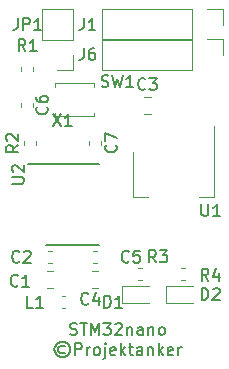
<source format=gbr>
%TF.GenerationSoftware,KiCad,Pcbnew,(5.0.2)-1*%
%TF.CreationDate,2019-02-28T15:11:48+01:00*%
%TF.ProjectId,STM32nano,53544d33-326e-4616-9e6f-2e6b69636164,rev?*%
%TF.SameCoordinates,Original*%
%TF.FileFunction,Legend,Top*%
%TF.FilePolarity,Positive*%
%FSLAX46Y46*%
G04 Gerber Fmt 4.6, Leading zero omitted, Abs format (unit mm)*
G04 Created by KiCad (PCBNEW (5.0.2)-1) date 28/02/2019 15:11:48*
%MOMM*%
%LPD*%
G01*
G04 APERTURE LIST*
%ADD10C,0.200000*%
%ADD11C,0.120000*%
%ADD12C,0.150000*%
G04 APERTURE END LIST*
D10*
X130620000Y-112584761D02*
X130762857Y-112632380D01*
X131000952Y-112632380D01*
X131096190Y-112584761D01*
X131143809Y-112537142D01*
X131191428Y-112441904D01*
X131191428Y-112346666D01*
X131143809Y-112251428D01*
X131096190Y-112203809D01*
X131000952Y-112156190D01*
X130810476Y-112108571D01*
X130715238Y-112060952D01*
X130667619Y-112013333D01*
X130620000Y-111918095D01*
X130620000Y-111822857D01*
X130667619Y-111727619D01*
X130715238Y-111680000D01*
X130810476Y-111632380D01*
X131048571Y-111632380D01*
X131191428Y-111680000D01*
X131477142Y-111632380D02*
X132048571Y-111632380D01*
X131762857Y-112632380D02*
X131762857Y-111632380D01*
X132381904Y-112632380D02*
X132381904Y-111632380D01*
X132715238Y-112346666D01*
X133048571Y-111632380D01*
X133048571Y-112632380D01*
X133429523Y-111632380D02*
X134048571Y-111632380D01*
X133715238Y-112013333D01*
X133858095Y-112013333D01*
X133953333Y-112060952D01*
X134000952Y-112108571D01*
X134048571Y-112203809D01*
X134048571Y-112441904D01*
X134000952Y-112537142D01*
X133953333Y-112584761D01*
X133858095Y-112632380D01*
X133572380Y-112632380D01*
X133477142Y-112584761D01*
X133429523Y-112537142D01*
X134429523Y-111727619D02*
X134477142Y-111680000D01*
X134572380Y-111632380D01*
X134810476Y-111632380D01*
X134905714Y-111680000D01*
X134953333Y-111727619D01*
X135000952Y-111822857D01*
X135000952Y-111918095D01*
X134953333Y-112060952D01*
X134381904Y-112632380D01*
X135000952Y-112632380D01*
X135429523Y-111965714D02*
X135429523Y-112632380D01*
X135429523Y-112060952D02*
X135477142Y-112013333D01*
X135572380Y-111965714D01*
X135715238Y-111965714D01*
X135810476Y-112013333D01*
X135858095Y-112108571D01*
X135858095Y-112632380D01*
X136762857Y-112632380D02*
X136762857Y-112108571D01*
X136715238Y-112013333D01*
X136620000Y-111965714D01*
X136429523Y-111965714D01*
X136334285Y-112013333D01*
X136762857Y-112584761D02*
X136667619Y-112632380D01*
X136429523Y-112632380D01*
X136334285Y-112584761D01*
X136286666Y-112489523D01*
X136286666Y-112394285D01*
X136334285Y-112299047D01*
X136429523Y-112251428D01*
X136667619Y-112251428D01*
X136762857Y-112203809D01*
X137239047Y-111965714D02*
X137239047Y-112632380D01*
X137239047Y-112060952D02*
X137286666Y-112013333D01*
X137381904Y-111965714D01*
X137524761Y-111965714D01*
X137620000Y-112013333D01*
X137667619Y-112108571D01*
X137667619Y-112632380D01*
X138286666Y-112632380D02*
X138191428Y-112584761D01*
X138143809Y-112537142D01*
X138096190Y-112441904D01*
X138096190Y-112156190D01*
X138143809Y-112060952D01*
X138191428Y-112013333D01*
X138286666Y-111965714D01*
X138429523Y-111965714D01*
X138524761Y-112013333D01*
X138572380Y-112060952D01*
X138620000Y-112156190D01*
X138620000Y-112441904D01*
X138572380Y-112537142D01*
X138524761Y-112584761D01*
X138429523Y-112632380D01*
X138286666Y-112632380D01*
X130143809Y-113570476D02*
X130048571Y-113522857D01*
X129858095Y-113522857D01*
X129762857Y-113570476D01*
X129667619Y-113665714D01*
X129620000Y-113760952D01*
X129620000Y-113951428D01*
X129667619Y-114046666D01*
X129762857Y-114141904D01*
X129858095Y-114189523D01*
X130048571Y-114189523D01*
X130143809Y-114141904D01*
X129953333Y-113189523D02*
X129715238Y-113237142D01*
X129477142Y-113380000D01*
X129334285Y-113618095D01*
X129286666Y-113856190D01*
X129334285Y-114094285D01*
X129477142Y-114332380D01*
X129715238Y-114475238D01*
X129953333Y-114522857D01*
X130191428Y-114475238D01*
X130429523Y-114332380D01*
X130572380Y-114094285D01*
X130620000Y-113856190D01*
X130572380Y-113618095D01*
X130429523Y-113380000D01*
X130191428Y-113237142D01*
X129953333Y-113189523D01*
X131048571Y-114332380D02*
X131048571Y-113332380D01*
X131429523Y-113332380D01*
X131524761Y-113380000D01*
X131572380Y-113427619D01*
X131620000Y-113522857D01*
X131620000Y-113665714D01*
X131572380Y-113760952D01*
X131524761Y-113808571D01*
X131429523Y-113856190D01*
X131048571Y-113856190D01*
X132048571Y-114332380D02*
X132048571Y-113665714D01*
X132048571Y-113856190D02*
X132096190Y-113760952D01*
X132143809Y-113713333D01*
X132239047Y-113665714D01*
X132334285Y-113665714D01*
X132810476Y-114332380D02*
X132715238Y-114284761D01*
X132667619Y-114237142D01*
X132620000Y-114141904D01*
X132620000Y-113856190D01*
X132667619Y-113760952D01*
X132715238Y-113713333D01*
X132810476Y-113665714D01*
X132953333Y-113665714D01*
X133048571Y-113713333D01*
X133096190Y-113760952D01*
X133143809Y-113856190D01*
X133143809Y-114141904D01*
X133096190Y-114237142D01*
X133048571Y-114284761D01*
X132953333Y-114332380D01*
X132810476Y-114332380D01*
X133572380Y-113665714D02*
X133572380Y-114522857D01*
X133524761Y-114618095D01*
X133429523Y-114665714D01*
X133381904Y-114665714D01*
X133572380Y-113332380D02*
X133524761Y-113380000D01*
X133572380Y-113427619D01*
X133620000Y-113380000D01*
X133572380Y-113332380D01*
X133572380Y-113427619D01*
X134429523Y-114284761D02*
X134334285Y-114332380D01*
X134143809Y-114332380D01*
X134048571Y-114284761D01*
X134000952Y-114189523D01*
X134000952Y-113808571D01*
X134048571Y-113713333D01*
X134143809Y-113665714D01*
X134334285Y-113665714D01*
X134429523Y-113713333D01*
X134477142Y-113808571D01*
X134477142Y-113903809D01*
X134000952Y-113999047D01*
X134905714Y-114332380D02*
X134905714Y-113332380D01*
X135000952Y-113951428D02*
X135286666Y-114332380D01*
X135286666Y-113665714D02*
X134905714Y-114046666D01*
X135572380Y-113665714D02*
X135953333Y-113665714D01*
X135715238Y-113332380D02*
X135715238Y-114189523D01*
X135762857Y-114284761D01*
X135858095Y-114332380D01*
X135953333Y-114332380D01*
X136715238Y-114332380D02*
X136715238Y-113808571D01*
X136667619Y-113713333D01*
X136572380Y-113665714D01*
X136381904Y-113665714D01*
X136286666Y-113713333D01*
X136715238Y-114284761D02*
X136620000Y-114332380D01*
X136381904Y-114332380D01*
X136286666Y-114284761D01*
X136239047Y-114189523D01*
X136239047Y-114094285D01*
X136286666Y-113999047D01*
X136381904Y-113951428D01*
X136620000Y-113951428D01*
X136715238Y-113903809D01*
X137191428Y-113665714D02*
X137191428Y-114332380D01*
X137191428Y-113760952D02*
X137239047Y-113713333D01*
X137334285Y-113665714D01*
X137477142Y-113665714D01*
X137572380Y-113713333D01*
X137620000Y-113808571D01*
X137620000Y-114332380D01*
X138096190Y-114332380D02*
X138096190Y-113332380D01*
X138191428Y-113951428D02*
X138477142Y-114332380D01*
X138477142Y-113665714D02*
X138096190Y-114046666D01*
X139286666Y-114284761D02*
X139191428Y-114332380D01*
X139000952Y-114332380D01*
X138905714Y-114284761D01*
X138858095Y-114189523D01*
X138858095Y-113808571D01*
X138905714Y-113713333D01*
X139000952Y-113665714D01*
X139191428Y-113665714D01*
X139286666Y-113713333D01*
X139334285Y-113808571D01*
X139334285Y-113903809D01*
X138858095Y-113999047D01*
X139762857Y-114332380D02*
X139762857Y-113665714D01*
X139762857Y-113856190D02*
X139810476Y-113760952D01*
X139858095Y-113713333D01*
X139953333Y-113665714D01*
X140048571Y-113665714D01*
D11*
X129885221Y-109345000D02*
X130210779Y-109345000D01*
X129885221Y-110365000D02*
X130210779Y-110365000D01*
X135972500Y-100906500D02*
X137232500Y-100906500D01*
X142792500Y-100906500D02*
X141532500Y-100906500D01*
X135972500Y-97146500D02*
X135972500Y-100906500D01*
X142792500Y-94896500D02*
X142792500Y-100906500D01*
X143570000Y-87570000D02*
X143570000Y-88900000D01*
X142240000Y-87570000D02*
X143570000Y-87570000D01*
X140970000Y-87570000D02*
X140970000Y-90230000D01*
X140970000Y-90230000D02*
X133290000Y-90230000D01*
X140970000Y-87570000D02*
X133290000Y-87570000D01*
X133290000Y-87570000D02*
X133290000Y-90230000D01*
X133290000Y-85030000D02*
X133290000Y-87690000D01*
X140970000Y-85030000D02*
X133290000Y-85030000D01*
X140970000Y-87690000D02*
X133290000Y-87690000D01*
X140970000Y-85030000D02*
X140970000Y-87690000D01*
X142240000Y-85030000D02*
X143570000Y-85030000D01*
X143570000Y-85030000D02*
X143570000Y-86360000D01*
X140982500Y-108485000D02*
X138697500Y-108485000D01*
X138697500Y-108485000D02*
X138697500Y-109955000D01*
X138697500Y-109955000D02*
X140982500Y-109955000D01*
X140019721Y-106995500D02*
X140345279Y-106995500D01*
X140019721Y-108015500D02*
X140345279Y-108015500D01*
X129350500Y-94110000D02*
X129350500Y-93810000D01*
X132650500Y-94110000D02*
X129350500Y-94110000D01*
X132650500Y-93810000D02*
X132650500Y-94110000D01*
X129350500Y-91310000D02*
X129350500Y-91610000D01*
X132650500Y-91310000D02*
X129350500Y-91310000D01*
X132650500Y-91610000D02*
X132650500Y-91310000D01*
X137325000Y-108485000D02*
X135040000Y-108485000D01*
X135040000Y-108485000D02*
X135040000Y-109955000D01*
X135040000Y-109955000D02*
X137325000Y-109955000D01*
X136362221Y-106932000D02*
X136687779Y-106932000D01*
X136362221Y-107952000D02*
X136687779Y-107952000D01*
X129067779Y-105535000D02*
X128742221Y-105535000D01*
X129067779Y-106555000D02*
X128742221Y-106555000D01*
X132205000Y-96530279D02*
X132205000Y-96204721D01*
X133225000Y-96530279D02*
X133225000Y-96204721D01*
X137418578Y-92508000D02*
X136901422Y-92508000D01*
X137418578Y-93928000D02*
X136901422Y-93928000D01*
X132456422Y-107240000D02*
X132973578Y-107240000D01*
X132456422Y-108660000D02*
X132973578Y-108660000D01*
X126490000Y-92991721D02*
X126490000Y-93317279D01*
X127510000Y-92991721D02*
X127510000Y-93317279D01*
X132552221Y-105535000D02*
X132877779Y-105535000D01*
X132552221Y-106555000D02*
X132877779Y-106555000D01*
X129163578Y-108660000D02*
X128646422Y-108660000D01*
X129163578Y-107240000D02*
X128646422Y-107240000D01*
X130870000Y-85030000D02*
X128210000Y-85030000D01*
X130870000Y-87630000D02*
X130870000Y-85030000D01*
X128210000Y-87630000D02*
X128210000Y-85030000D01*
X130870000Y-87630000D02*
X128210000Y-87630000D01*
X130870000Y-88900000D02*
X130870000Y-90230000D01*
X130870000Y-90230000D02*
X129540000Y-90230000D01*
X127700500Y-96555779D02*
X127700500Y-96230221D01*
X126680500Y-96555779D02*
X126680500Y-96230221D01*
X127510000Y-89943721D02*
X127510000Y-90269279D01*
X126490000Y-89943721D02*
X126490000Y-90269279D01*
D12*
X128585000Y-105050000D02*
X133035000Y-105050000D01*
X127060000Y-98150000D02*
X133035000Y-98150000D01*
X127468333Y-110307380D02*
X126992142Y-110307380D01*
X126992142Y-109307380D01*
X128325476Y-110307380D02*
X127754047Y-110307380D01*
X128039761Y-110307380D02*
X128039761Y-109307380D01*
X127944523Y-109450238D01*
X127849285Y-109545476D01*
X127754047Y-109593095D01*
X141732095Y-101560380D02*
X141732095Y-102369904D01*
X141779714Y-102465142D01*
X141827333Y-102512761D01*
X141922571Y-102560380D01*
X142113047Y-102560380D01*
X142208285Y-102512761D01*
X142255904Y-102465142D01*
X142303523Y-102369904D01*
X142303523Y-101560380D01*
X143303523Y-102560380D02*
X142732095Y-102560380D01*
X143017809Y-102560380D02*
X143017809Y-101560380D01*
X142922571Y-101703238D01*
X142827333Y-101798476D01*
X142732095Y-101846095D01*
X131746666Y-88352380D02*
X131746666Y-89066666D01*
X131699047Y-89209523D01*
X131603809Y-89304761D01*
X131460952Y-89352380D01*
X131365714Y-89352380D01*
X132651428Y-88352380D02*
X132460952Y-88352380D01*
X132365714Y-88400000D01*
X132318095Y-88447619D01*
X132222857Y-88590476D01*
X132175238Y-88780952D01*
X132175238Y-89161904D01*
X132222857Y-89257142D01*
X132270476Y-89304761D01*
X132365714Y-89352380D01*
X132556190Y-89352380D01*
X132651428Y-89304761D01*
X132699047Y-89257142D01*
X132746666Y-89161904D01*
X132746666Y-88923809D01*
X132699047Y-88828571D01*
X132651428Y-88780952D01*
X132556190Y-88733333D01*
X132365714Y-88733333D01*
X132270476Y-88780952D01*
X132222857Y-88828571D01*
X132175238Y-88923809D01*
X131746666Y-85812380D02*
X131746666Y-86526666D01*
X131699047Y-86669523D01*
X131603809Y-86764761D01*
X131460952Y-86812380D01*
X131365714Y-86812380D01*
X132746666Y-86812380D02*
X132175238Y-86812380D01*
X132460952Y-86812380D02*
X132460952Y-85812380D01*
X132365714Y-85955238D01*
X132270476Y-86050476D01*
X132175238Y-86098095D01*
X141755904Y-109672380D02*
X141755904Y-108672380D01*
X141994000Y-108672380D01*
X142136857Y-108720000D01*
X142232095Y-108815238D01*
X142279714Y-108910476D01*
X142327333Y-109100952D01*
X142327333Y-109243809D01*
X142279714Y-109434285D01*
X142232095Y-109529523D01*
X142136857Y-109624761D01*
X141994000Y-109672380D01*
X141755904Y-109672380D01*
X142708285Y-108767619D02*
X142755904Y-108720000D01*
X142851142Y-108672380D01*
X143089238Y-108672380D01*
X143184476Y-108720000D01*
X143232095Y-108767619D01*
X143279714Y-108862857D01*
X143279714Y-108958095D01*
X143232095Y-109100952D01*
X142660666Y-109672380D01*
X143279714Y-109672380D01*
X142327333Y-108021380D02*
X141994000Y-107545190D01*
X141755904Y-108021380D02*
X141755904Y-107021380D01*
X142136857Y-107021380D01*
X142232095Y-107069000D01*
X142279714Y-107116619D01*
X142327333Y-107211857D01*
X142327333Y-107354714D01*
X142279714Y-107449952D01*
X142232095Y-107497571D01*
X142136857Y-107545190D01*
X141755904Y-107545190D01*
X143184476Y-107354714D02*
X143184476Y-108021380D01*
X142946380Y-106973761D02*
X142708285Y-107688047D01*
X143327333Y-107688047D01*
X133286666Y-91590761D02*
X133429523Y-91638380D01*
X133667619Y-91638380D01*
X133762857Y-91590761D01*
X133810476Y-91543142D01*
X133858095Y-91447904D01*
X133858095Y-91352666D01*
X133810476Y-91257428D01*
X133762857Y-91209809D01*
X133667619Y-91162190D01*
X133477142Y-91114571D01*
X133381904Y-91066952D01*
X133334285Y-91019333D01*
X133286666Y-90924095D01*
X133286666Y-90828857D01*
X133334285Y-90733619D01*
X133381904Y-90686000D01*
X133477142Y-90638380D01*
X133715238Y-90638380D01*
X133858095Y-90686000D01*
X134191428Y-90638380D02*
X134429523Y-91638380D01*
X134620000Y-90924095D01*
X134810476Y-91638380D01*
X135048571Y-90638380D01*
X135953333Y-91638380D02*
X135381904Y-91638380D01*
X135667619Y-91638380D02*
X135667619Y-90638380D01*
X135572380Y-90781238D01*
X135477142Y-90876476D01*
X135381904Y-90924095D01*
X133500904Y-110307380D02*
X133500904Y-109307380D01*
X133739000Y-109307380D01*
X133881857Y-109355000D01*
X133977095Y-109450238D01*
X134024714Y-109545476D01*
X134072333Y-109735952D01*
X134072333Y-109878809D01*
X134024714Y-110069285D01*
X133977095Y-110164523D01*
X133881857Y-110259761D01*
X133739000Y-110307380D01*
X133500904Y-110307380D01*
X135024714Y-110307380D02*
X134453285Y-110307380D01*
X134739000Y-110307380D02*
X134739000Y-109307380D01*
X134643761Y-109450238D01*
X134548523Y-109545476D01*
X134453285Y-109593095D01*
X137882333Y-106464380D02*
X137549000Y-105988190D01*
X137310904Y-106464380D02*
X137310904Y-105464380D01*
X137691857Y-105464380D01*
X137787095Y-105512000D01*
X137834714Y-105559619D01*
X137882333Y-105654857D01*
X137882333Y-105797714D01*
X137834714Y-105892952D01*
X137787095Y-105940571D01*
X137691857Y-105988190D01*
X137310904Y-105988190D01*
X138215666Y-105464380D02*
X138834714Y-105464380D01*
X138501380Y-105845333D01*
X138644238Y-105845333D01*
X138739476Y-105892952D01*
X138787095Y-105940571D01*
X138834714Y-106035809D01*
X138834714Y-106273904D01*
X138787095Y-106369142D01*
X138739476Y-106416761D01*
X138644238Y-106464380D01*
X138358523Y-106464380D01*
X138263285Y-106416761D01*
X138215666Y-106369142D01*
X129170476Y-93940380D02*
X129837142Y-94940380D01*
X129837142Y-93940380D02*
X129170476Y-94940380D01*
X130741904Y-94940380D02*
X130170476Y-94940380D01*
X130456190Y-94940380D02*
X130456190Y-93940380D01*
X130360952Y-94083238D01*
X130265714Y-94178476D01*
X130170476Y-94226095D01*
X126325333Y-106402142D02*
X126277714Y-106449761D01*
X126134857Y-106497380D01*
X126039619Y-106497380D01*
X125896761Y-106449761D01*
X125801523Y-106354523D01*
X125753904Y-106259285D01*
X125706285Y-106068809D01*
X125706285Y-105925952D01*
X125753904Y-105735476D01*
X125801523Y-105640238D01*
X125896761Y-105545000D01*
X126039619Y-105497380D01*
X126134857Y-105497380D01*
X126277714Y-105545000D01*
X126325333Y-105592619D01*
X126706285Y-105592619D02*
X126753904Y-105545000D01*
X126849142Y-105497380D01*
X127087238Y-105497380D01*
X127182476Y-105545000D01*
X127230095Y-105592619D01*
X127277714Y-105687857D01*
X127277714Y-105783095D01*
X127230095Y-105925952D01*
X126658666Y-106497380D01*
X127277714Y-106497380D01*
X134469142Y-96559666D02*
X134516761Y-96607285D01*
X134564380Y-96750142D01*
X134564380Y-96845380D01*
X134516761Y-96988238D01*
X134421523Y-97083476D01*
X134326285Y-97131095D01*
X134135809Y-97178714D01*
X133992952Y-97178714D01*
X133802476Y-97131095D01*
X133707238Y-97083476D01*
X133612000Y-96988238D01*
X133564380Y-96845380D01*
X133564380Y-96750142D01*
X133612000Y-96607285D01*
X133659619Y-96559666D01*
X133564380Y-96226333D02*
X133564380Y-95559666D01*
X134564380Y-95988238D01*
X136993333Y-91797142D02*
X136945714Y-91844761D01*
X136802857Y-91892380D01*
X136707619Y-91892380D01*
X136564761Y-91844761D01*
X136469523Y-91749523D01*
X136421904Y-91654285D01*
X136374285Y-91463809D01*
X136374285Y-91320952D01*
X136421904Y-91130476D01*
X136469523Y-91035238D01*
X136564761Y-90940000D01*
X136707619Y-90892380D01*
X136802857Y-90892380D01*
X136945714Y-90940000D01*
X136993333Y-90987619D01*
X137326666Y-90892380D02*
X137945714Y-90892380D01*
X137612380Y-91273333D01*
X137755238Y-91273333D01*
X137850476Y-91320952D01*
X137898095Y-91368571D01*
X137945714Y-91463809D01*
X137945714Y-91701904D01*
X137898095Y-91797142D01*
X137850476Y-91844761D01*
X137755238Y-91892380D01*
X137469523Y-91892380D01*
X137374285Y-91844761D01*
X137326666Y-91797142D01*
X132167333Y-109958142D02*
X132119714Y-110005761D01*
X131976857Y-110053380D01*
X131881619Y-110053380D01*
X131738761Y-110005761D01*
X131643523Y-109910523D01*
X131595904Y-109815285D01*
X131548285Y-109624809D01*
X131548285Y-109481952D01*
X131595904Y-109291476D01*
X131643523Y-109196238D01*
X131738761Y-109101000D01*
X131881619Y-109053380D01*
X131976857Y-109053380D01*
X132119714Y-109101000D01*
X132167333Y-109148619D01*
X133024476Y-109386714D02*
X133024476Y-110053380D01*
X132786380Y-109005761D02*
X132548285Y-109720047D01*
X133167333Y-109720047D01*
X128627142Y-93321166D02*
X128674761Y-93368785D01*
X128722380Y-93511642D01*
X128722380Y-93606880D01*
X128674761Y-93749738D01*
X128579523Y-93844976D01*
X128484285Y-93892595D01*
X128293809Y-93940214D01*
X128150952Y-93940214D01*
X127960476Y-93892595D01*
X127865238Y-93844976D01*
X127770000Y-93749738D01*
X127722380Y-93606880D01*
X127722380Y-93511642D01*
X127770000Y-93368785D01*
X127817619Y-93321166D01*
X127722380Y-92464023D02*
X127722380Y-92654500D01*
X127770000Y-92749738D01*
X127817619Y-92797357D01*
X127960476Y-92892595D01*
X128150952Y-92940214D01*
X128531904Y-92940214D01*
X128627142Y-92892595D01*
X128674761Y-92844976D01*
X128722380Y-92749738D01*
X128722380Y-92559261D01*
X128674761Y-92464023D01*
X128627142Y-92416404D01*
X128531904Y-92368785D01*
X128293809Y-92368785D01*
X128198571Y-92416404D01*
X128150952Y-92464023D01*
X128103333Y-92559261D01*
X128103333Y-92749738D01*
X128150952Y-92844976D01*
X128198571Y-92892595D01*
X128293809Y-92940214D01*
X135596333Y-106402142D02*
X135548714Y-106449761D01*
X135405857Y-106497380D01*
X135310619Y-106497380D01*
X135167761Y-106449761D01*
X135072523Y-106354523D01*
X135024904Y-106259285D01*
X134977285Y-106068809D01*
X134977285Y-105925952D01*
X135024904Y-105735476D01*
X135072523Y-105640238D01*
X135167761Y-105545000D01*
X135310619Y-105497380D01*
X135405857Y-105497380D01*
X135548714Y-105545000D01*
X135596333Y-105592619D01*
X136501095Y-105497380D02*
X136024904Y-105497380D01*
X135977285Y-105973571D01*
X136024904Y-105925952D01*
X136120142Y-105878333D01*
X136358238Y-105878333D01*
X136453476Y-105925952D01*
X136501095Y-105973571D01*
X136548714Y-106068809D01*
X136548714Y-106306904D01*
X136501095Y-106402142D01*
X136453476Y-106449761D01*
X136358238Y-106497380D01*
X136120142Y-106497380D01*
X136024904Y-106449761D01*
X135977285Y-106402142D01*
X126198333Y-108434142D02*
X126150714Y-108481761D01*
X126007857Y-108529380D01*
X125912619Y-108529380D01*
X125769761Y-108481761D01*
X125674523Y-108386523D01*
X125626904Y-108291285D01*
X125579285Y-108100809D01*
X125579285Y-107957952D01*
X125626904Y-107767476D01*
X125674523Y-107672238D01*
X125769761Y-107577000D01*
X125912619Y-107529380D01*
X126007857Y-107529380D01*
X126150714Y-107577000D01*
X126198333Y-107624619D01*
X127150714Y-108529380D02*
X126579285Y-108529380D01*
X126865000Y-108529380D02*
X126865000Y-107529380D01*
X126769761Y-107672238D01*
X126674523Y-107767476D01*
X126579285Y-107815095D01*
X126166666Y-85812380D02*
X126166666Y-86526666D01*
X126119047Y-86669523D01*
X126023809Y-86764761D01*
X125880952Y-86812380D01*
X125785714Y-86812380D01*
X126642857Y-86812380D02*
X126642857Y-85812380D01*
X127023809Y-85812380D01*
X127119047Y-85860000D01*
X127166666Y-85907619D01*
X127214285Y-86002857D01*
X127214285Y-86145714D01*
X127166666Y-86240952D01*
X127119047Y-86288571D01*
X127023809Y-86336190D01*
X126642857Y-86336190D01*
X128166666Y-86812380D02*
X127595238Y-86812380D01*
X127880952Y-86812380D02*
X127880952Y-85812380D01*
X127785714Y-85955238D01*
X127690476Y-86050476D01*
X127595238Y-86098095D01*
X126212880Y-96559666D02*
X125736690Y-96893000D01*
X126212880Y-97131095D02*
X125212880Y-97131095D01*
X125212880Y-96750142D01*
X125260500Y-96654904D01*
X125308119Y-96607285D01*
X125403357Y-96559666D01*
X125546214Y-96559666D01*
X125641452Y-96607285D01*
X125689071Y-96654904D01*
X125736690Y-96750142D01*
X125736690Y-97131095D01*
X125308119Y-96178714D02*
X125260500Y-96131095D01*
X125212880Y-96035857D01*
X125212880Y-95797761D01*
X125260500Y-95702523D01*
X125308119Y-95654904D01*
X125403357Y-95607285D01*
X125498595Y-95607285D01*
X125641452Y-95654904D01*
X126212880Y-96226333D01*
X126212880Y-95607285D01*
X126833333Y-88590380D02*
X126500000Y-88114190D01*
X126261904Y-88590380D02*
X126261904Y-87590380D01*
X126642857Y-87590380D01*
X126738095Y-87638000D01*
X126785714Y-87685619D01*
X126833333Y-87780857D01*
X126833333Y-87923714D01*
X126785714Y-88018952D01*
X126738095Y-88066571D01*
X126642857Y-88114190D01*
X126261904Y-88114190D01*
X127785714Y-88590380D02*
X127214285Y-88590380D01*
X127500000Y-88590380D02*
X127500000Y-87590380D01*
X127404761Y-87733238D01*
X127309523Y-87828476D01*
X127214285Y-87876095D01*
X125690380Y-99821904D02*
X126499904Y-99821904D01*
X126595142Y-99774285D01*
X126642761Y-99726666D01*
X126690380Y-99631428D01*
X126690380Y-99440952D01*
X126642761Y-99345714D01*
X126595142Y-99298095D01*
X126499904Y-99250476D01*
X125690380Y-99250476D01*
X125785619Y-98821904D02*
X125738000Y-98774285D01*
X125690380Y-98679047D01*
X125690380Y-98440952D01*
X125738000Y-98345714D01*
X125785619Y-98298095D01*
X125880857Y-98250476D01*
X125976095Y-98250476D01*
X126118952Y-98298095D01*
X126690380Y-98869523D01*
X126690380Y-98250476D01*
M02*

</source>
